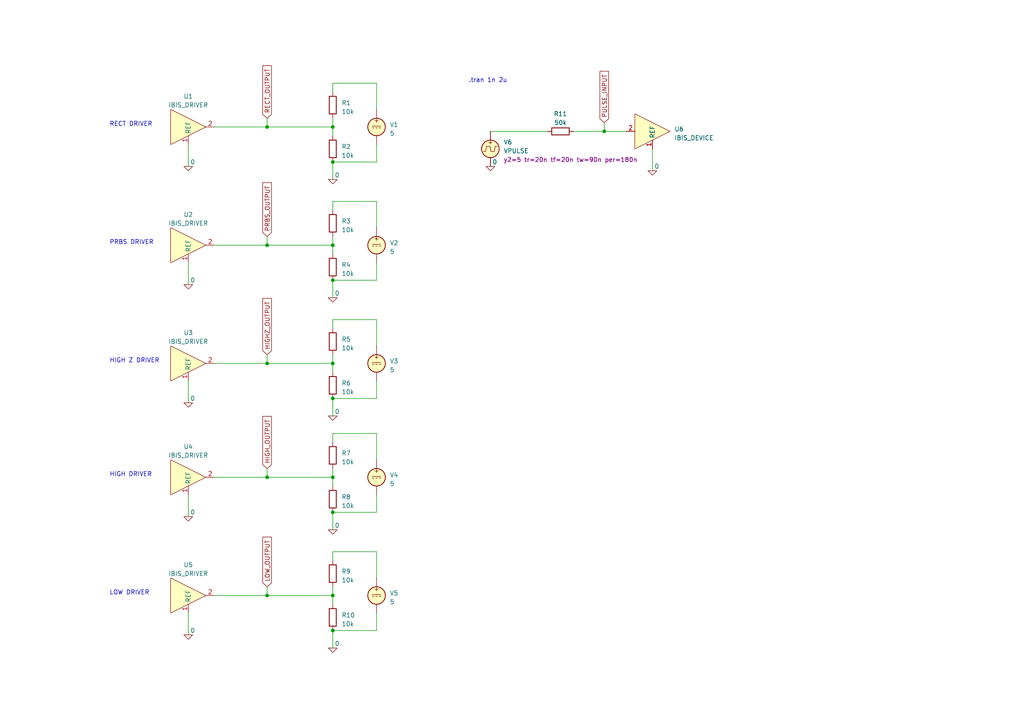
<source format=kicad_sch>
(kicad_sch (version 20230121) (generator eeschema)
  (paper "A4")
  (lib_symbols
    (symbol "Device:R" (pin_numbers hide) (pin_names (offset 0))
      (property "Reference" "R" (at 2.032 0 90))
      (property "Value" "R" (at 0 0 90))
      (symbol "R_0_1"
        (rectangle (start -1.016 -2.54) (end 1.016 2.54) (stroke (width 0.254)))
      )
      (symbol "R_1_1"
        (pin passive line (at 0 3.81 270) (length 1.27) (name "~") (number "1"))
        (pin passive line (at 0 -3.81 90) (length 1.27) (name "~") (number "2"))
      )
    )
    (symbol "IBIS_DRIVER_1"
      (property "Reference" "U?" (at 0 8.89 0))
      (property "Value" "IBIS_DRIVER" (at 0 6.35 0))
      (symbol "IBIS_DRIVER_1_0_1"
        (polyline (pts (xy 5.08 0) (xy -5.08 5.08) (xy -5.08 -5.08) (xy 5.08 0)) (fill (type background)))
      )
      (symbol "IBIS_DRIVER_1_1_1"
        (pin power_in line (at 0 -5.08 90) (length 2.54) (name "REF") (number "1"))
        (pin bidirectional line (at 7.62 0 180) (length 2.54) (name "") (number "2"))
      )
    )
    (symbol "Simulation_SPICE:IBIS_DEVICE"
      (property "Reference" "U?" (at 6.35 0.635 0))
      (property "Value" "IBIS_DEVICE" (at 6.35 -1.905 0))
      (symbol "IBIS_DEVICE_0_1"
        (polyline (pts (xy 5.08 0) (xy -5.08 5.08) (xy -5.08 -5.08) (xy 5.08 0)) (fill (type background)))
      )
      (symbol "IBIS_DEVICE_1_1"
        (pin power_in line (at 0 -5.08 90) (length 2.54) (name "REF") (number "1"))
        (pin input line (at -7.62 0 0) (length 2.54) (name "") (number "2"))
      )
    )
    (symbol "VDC_1" (pin_numbers hide) (pin_names (offset 0.0254))
      (property "Reference" "V" (at 2.54 2.54 0))
      (property "Value" "1" (at 2.54 0 0))
      (symbol "VDC_1_0_0"
        (polyline (pts (xy -1.27 0.254) (xy 1.27 0.254)))
        (polyline (pts (xy -0.762 -0.254) (xy -1.27 -0.254)))
        (polyline (pts (xy 0.254 -0.254) (xy -0.254 -0.254)))
        (polyline (pts (xy 1.27 -0.254) (xy 0.762 -0.254)))
        (text "+" (at 0 1.905 0) (effects (font (size 1.27 1.27))))
      )
      (symbol "VDC_1_0_1"
        (circle (center 0 0) (radius 2.54) (stroke (width 0.254)) (fill (type background)))
      )
      (symbol "VDC_1_1_1"
        (pin passive line (at 0 5.08 270) (length 2.54) (name "~") (number "1"))
        (pin passive line (at 0 -5.08 90) (length 2.54) (name "~") (number "2"))
      )
    )
    (symbol "VPULSE_1" (pin_numbers hide) (pin_names (offset 0.0254))
      (property "Reference" "V" (at 2.54 2.54 0))
      (property "Value" "VPULSE" (at 2.54 0 0))
      (property "Sim.Params" "y1=0 y2=1 td=2n tr=2n tf=2n tw=50n per=100n" (at 2.54 -2.54 0))
      (symbol "VPULSE_1_0_0"
        (polyline (pts (xy -2.032 -0.762) (xy -1.397 -0.762) (xy -1.143 0.762) (xy -0.127 0.762) (xy 0.127 -0.762) (xy 1.143 -0.762) (xy 1.397 0.762) (xy 2.032 0.762)))
        (text "+" (at 0 1.905 0) (effects (font (size 1.27 1.27))))
      )
      (symbol "VPULSE_1_0_1"
        (circle (center 0 0) (radius 2.54) (stroke (width 0.254)) (fill (type background)))
      )
      (symbol "VPULSE_1_1_1"
        (pin passive line (at 0 5.08 270) (length 2.54) (name "~") (number "1"))
        (pin passive line (at 0 -5.08 90) (length 2.54) (name "~") (number "2"))
      )
    )
    (symbol "pspice:0" (power) (pin_names (offset 0))
      (property "Value" "0" (at 0 -1.778 0))
      (symbol "0_0_1"
        (polyline (pts (xy -1.27 0) (xy 0 -1.27) (xy 1.27 0) (xy -1.27 0)))
      )
      (symbol "0_1_1"
        (pin power_in line (at 0 0 0) (length 0) hide (name "0") (number "1"))
      )
    )
  )
  (junction (at 96.52 182.88))
  (junction (at 96.52 36.83))
  (junction (at 96.52 71.12))
  (junction (at 96.52 81.28))
  (junction (at 77.47 172.72))
  (junction (at 77.47 105.41))
  (junction (at 96.52 105.41))
  (junction (at 96.52 138.43))
  (junction (at 96.52 46.99))
  (junction (at 96.52 148.59))
  (junction (at 77.47 138.43))
  (junction (at 77.47 71.12))
  (junction (at 77.47 36.83))
  (junction (at 96.52 115.57))
  (junction (at 96.52 172.72))
  (junction (at 175.26 38.1))
  (wire (pts (xy 54.61 41.91) (xy 54.61 48.26)))
  (wire (pts (xy 54.61 143.51) (xy 54.61 149.86)))
  (wire (pts (xy 142.24 38.1) (xy 158.75 38.1)))
  (wire (pts (xy 96.52 148.59) (xy 109.22 148.59)))
  (wire (pts (xy 77.47 102.87) (xy 77.47 105.41)))
  (wire (pts (xy 77.47 34.29) (xy 77.47 36.83)))
  (wire (pts (xy 77.47 135.89) (xy 77.47 138.43)))
  (wire (pts (xy 96.52 68.58) (xy 96.52 71.12)))
  (wire (pts (xy 77.47 138.43) (xy 96.52 138.43)))
  (wire (pts (xy 109.22 133.35) (xy 109.22 125.73)))
  (wire (pts (xy 109.22 46.99) (xy 109.22 41.91)))
  (wire (pts (xy 96.52 46.99) (xy 96.52 52.07)))
  (wire (pts (xy 77.47 105.41) (xy 96.52 105.41)))
  (wire (pts (xy 62.23 172.72) (xy 77.47 172.72)))
  (wire (pts (xy 96.52 160.02) (xy 96.52 162.56)))
  (wire (pts (xy 109.22 167.64) (xy 109.22 160.02)))
  (wire (pts (xy 54.61 177.8) (xy 54.61 184.15)))
  (wire (pts (xy 62.23 71.12) (xy 77.47 71.12)))
  (wire (pts (xy 109.22 125.73) (xy 96.52 125.73)))
  (wire (pts (xy 109.22 100.33) (xy 109.22 92.71)))
  (wire (pts (xy 96.52 170.18) (xy 96.52 172.72)))
  (wire (pts (xy 96.52 58.42) (xy 96.52 60.96)))
  (wire (pts (xy 54.61 76.2) (xy 54.61 82.55)))
  (wire (pts (xy 96.52 172.72) (xy 96.52 175.26)))
  (wire (pts (xy 96.52 148.59) (xy 96.52 153.67)))
  (wire (pts (xy 109.22 66.04) (xy 109.22 58.42)))
  (wire (pts (xy 54.61 110.49) (xy 54.61 116.84)))
  (wire (pts (xy 96.52 138.43) (xy 96.52 140.97)))
  (wire (pts (xy 109.22 92.71) (xy 96.52 92.71)))
  (wire (pts (xy 77.47 36.83) (xy 96.52 36.83)))
  (wire (pts (xy 96.52 46.99) (xy 109.22 46.99)))
  (wire (pts (xy 96.52 182.88) (xy 109.22 182.88)))
  (wire (pts (xy 77.47 172.72) (xy 96.52 172.72)))
  (wire (pts (xy 166.37 38.1) (xy 175.26 38.1)))
  (wire (pts (xy 109.22 58.42) (xy 96.52 58.42)))
  (wire (pts (xy 62.23 36.83) (xy 77.47 36.83)))
  (wire (pts (xy 109.22 160.02) (xy 96.52 160.02)))
  (wire (pts (xy 96.52 81.28) (xy 109.22 81.28)))
  (wire (pts (xy 62.23 138.43) (xy 77.47 138.43)))
  (wire (pts (xy 96.52 92.71) (xy 96.52 95.25)))
  (wire (pts (xy 109.22 148.59) (xy 109.22 143.51)))
  (wire (pts (xy 109.22 24.13) (xy 96.52 24.13)))
  (wire (pts (xy 96.52 135.89) (xy 96.52 138.43)))
  (wire (pts (xy 96.52 34.29) (xy 96.52 36.83)))
  (wire (pts (xy 96.52 71.12) (xy 96.52 73.66)))
  (wire (pts (xy 175.26 35.56) (xy 175.26 38.1)))
  (wire (pts (xy 96.52 24.13) (xy 96.52 26.67)))
  (wire (pts (xy 96.52 115.57) (xy 109.22 115.57)))
  (wire (pts (xy 96.52 115.57) (xy 96.52 120.65)))
  (wire (pts (xy 109.22 182.88) (xy 109.22 177.8)))
  (wire (pts (xy 96.52 81.28) (xy 96.52 86.36)))
  (wire (pts (xy 77.47 68.58) (xy 77.47 71.12)))
  (wire (pts (xy 77.47 170.18) (xy 77.47 172.72)))
  (wire (pts (xy 175.26 38.1) (xy 181.61 38.1)))
  (wire (pts (xy 62.23 105.41) (xy 77.47 105.41)))
  (wire (pts (xy 96.52 182.88) (xy 96.52 187.96)))
  (wire (pts (xy 96.52 102.87) (xy 96.52 105.41)))
  (wire (pts (xy 96.52 105.41) (xy 96.52 107.95)))
  (wire (pts (xy 189.23 43.18) (xy 189.23 49.53)))
  (wire (pts (xy 109.22 31.75) (xy 109.22 24.13)))
  (wire (pts (xy 96.52 36.83) (xy 96.52 39.37)))
  (wire (pts (xy 96.52 125.73) (xy 96.52 128.27)))
  (wire (pts (xy 109.22 81.28) (xy 109.22 76.2)))
  (wire (pts (xy 109.22 115.57) (xy 109.22 110.49)))
  (wire (pts (xy 77.47 71.12) (xy 96.52 71.12)))
  (text ".tran 1n 2u\n" (at 135.89 24.13 0) (effects (font (size 1.27 1.27)) (justify left bottom)))
  (text "RECT DRIVER" (at 31.75 36.83 0) (effects (font (size 1.27 1.27)) (justify left bottom)))
  (text "HIGH DRIVER" (at 31.75 138.43 0) (effects (font (size 1.27 1.27)) (justify left bottom)))
  (text "PRBS DRIVER" (at 31.75 71.12 0) (effects (font (size 1.27 1.27)) (justify left bottom)))
  (text "LOW DRIVER" (at 31.75 172.72 0) (effects (font (size 1.27 1.27)) (justify left bottom)))
  (text "HIGH Z DRIVER" (at 31.75 105.41 0) (effects (font (size 1.27 1.27)) (justify left bottom)))
  (global_label "PULSE_INPUT" (shape input) (at 175.26 35.56 90) (property "Intersheetrefs" "${INTERSHEET_REFS}" (effects hide)))
  (global_label "LOW_OUTPUT" (shape input) (at 77.47 170.18 90) (property "Intersheetrefs" "${INTERSHEET_REFS}" (effects hide)))
  (global_label "RECT_OUTPUT" (shape input) (at 77.47 34.29 90) (property "Intersheetrefs" "${INTERSHEET_REFS}" (effects hide)))
  (global_label "PRBS_OUTPUT" (shape input) (at 77.47 68.58 90) (property "Intersheetrefs" "${INTERSHEET_REFS}" (effects hide)))
  (global_label "HIGHZ_OUTPUT" (shape input) (at 77.47 102.87 90) (property "Intersheetrefs" "${INTERSHEET_REFS}" (effects hide)))
  (global_label "HIGH_OUTPUT" (shape input) (at 77.47 135.89 90) (property "Intersheetrefs" "${INTERSHEET_REFS}" (effects hide)))
  (symbol (lib_id "Device:R") (at 96.52 30.48 0) (unit 1)
    (property "Reference" "R1" (at 99.06 29.845 0) (effects (justify left)))
    (property "Value" "10k" (at 99.06 32.385 0) (effects (justify left)))
  )
  (symbol (lib_id "Device:R") (at 96.52 77.47 0) (unit 1)
    (property "Reference" "R4" (at 99.06 76.835 0) (effects (justify left)))
    (property "Value" "10k" (at 99.06 79.375 0) (effects (justify left)))
  )
  (symbol (lib_name "IBIS_DRIVER_1") (lib_id "Simulation_SPICE:IBIS_DRIVER") (at 54.61 36.83 0) (unit 1)
    (property "Reference" "U1" (at 54.61 27.94 0))
    (property "Value" "IBIS_DRIVER" (at 54.61 30.48 0))
    (property "Datasheet" "https://ibis.org" (effects hide))
    (property "Sim.Device" "IBIS" (effects hide))
    (property "Sim.Type" "RECTDRIVER" (effects hide))
    (property "Sim.Pins" "1=GND 2=IN/OUT" (effects hide))
    (property "Sim.Name" "Virtual" (effects hide))
    (property "Sim.Library" "ibis_v1_1.ibs" (effects hide))
    (property "Sim.Ibis.Pin" "4" (effects hide))
    (property "Sim.Ibis.Model" "Output" (effects hide))
    (property "Sim.Params" "ton=100n toff=100n td=0 n=50" (effects hide))
  )
  (symbol (lib_id "Device:R") (at 96.52 132.08 0) (unit 1)
    (property "Reference" "R7" (at 99.06 131.445 0) (effects (justify left)))
    (property "Value" "10k" (at 99.06 133.985 0) (effects (justify left)))
  )
  (symbol (lib_name "VDC_1") (lib_id "Simulation_SPICE:VDC") (at 109.22 105.41 0) (unit 1)
    (property "Reference" "V3" (at 113.03 104.7392 0) (effects (justify left)))
    (property "Value" "5" (at 113.03 107.2792 0) (effects (justify left)))
    (property "Sim.Pins" "1=+ 2=-" (effects hide))
    (property "Sim.Type" "DC" (effects hide))
    (property "Sim.Device" "V" (effects hide))
  )
  (symbol (lib_id "pspice:0") (at 189.23 49.53 0) (unit 1)
    (property "Reference" "#GND012" (effects hide))
    (property "Value" "0" (at 190.5 48.26 0))
  )
  (symbol (lib_id "Device:R") (at 96.52 144.78 0) (unit 1)
    (property "Reference" "R8" (at 99.06 144.145 0) (effects (justify left)))
    (property "Value" "10k" (at 99.06 146.685 0) (effects (justify left)))
  )
  (symbol (lib_name "IBIS_DRIVER_1") (lib_id "Simulation_SPICE:IBIS_DRIVER") (at 54.61 105.41 0) (unit 1)
    (property "Reference" "U3" (at 54.61 96.52 0))
    (property "Value" "IBIS_DRIVER" (at 54.61 99.06 0))
    (property "Datasheet" "https://ibis.org" (effects hide))
    (property "Sim.Name" "Virtual" (effects hide))
    (property "Sim.Library" "ibis_v1_1.ibs" (effects hide))
    (property "Sim.Ibis.Pin" "4" (effects hide))
    (property "Sim.Ibis.Model" "Output" (effects hide))
    (property "Sim.Device" "IBIS" (effects hide))
    (property "Sim.Type" "DCDRIVER" (effects hide))
    (property "Sim.Pins" "1=GND 2=IN/OUT" (effects hide))
  )
  (symbol (lib_id "pspice:0") (at 54.61 184.15 0) (unit 1)
    (property "Reference" "#GND05" (effects hide))
    (property "Value" "0" (at 55.88 182.88 0))
  )
  (symbol (lib_id "Device:R") (at 96.52 166.37 0) (unit 1)
    (property "Reference" "R9" (at 99.06 165.735 0) (effects (justify left)))
    (property "Value" "10k" (at 99.06 168.275 0) (effects (justify left)))
  )
  (symbol (lib_name "IBIS_DRIVER_1") (lib_id "Simulation_SPICE:IBIS_DRIVER") (at 54.61 71.12 0) (unit 1)
    (property "Reference" "U2" (at 54.61 62.23 0))
    (property "Value" "IBIS_DRIVER" (at 54.61 64.77 0))
    (property "Datasheet" "https://ibis.org" (effects hide))
    (property "Sim.Name" "Virtual" (effects hide))
    (property "Sim.Library" "ibis_v1_1.ibs" (effects hide))
    (property "Sim.Ibis.Pin" "4" (effects hide))
    (property "Sim.Ibis.Model" "Output" (effects hide))
    (property "Sim.Device" "IBIS" (effects hide))
    (property "Sim.Type" "PRBSDRIVER" (effects hide))
    (property "Sim.Pins" "1=GND 2=IN/OUT" (effects hide))
    (property "Sim.Params" "f0=10M n=20" (effects hide))
  )
  (symbol (lib_id "pspice:0") (at 54.61 149.86 0) (unit 1)
    (property "Reference" "#GND04" (effects hide))
    (property "Value" "0" (at 55.88 148.59 0))
  )
  (symbol (lib_name "VDC_1") (lib_id "Simulation_SPICE:VDC") (at 109.22 138.43 0) (unit 1)
    (property "Reference" "V4" (at 113.03 137.7592 0) (effects (justify left)))
    (property "Value" "5" (at 113.03 140.2992 0) (effects (justify left)))
    (property "Sim.Pins" "1=+ 2=-" (effects hide))
    (property "Sim.Type" "DC" (effects hide))
    (property "Sim.Device" "V" (effects hide))
  )
  (symbol (lib_id "Device:R") (at 162.56 38.1 90) (unit 1)
    (property "Reference" "R11" (at 162.56 33.02 90))
    (property "Value" "50k" (at 162.56 35.56 90))
  )
  (symbol (lib_id "pspice:0") (at 96.52 120.65 0) (unit 1)
    (property "Reference" "#GND08" (effects hide))
    (property "Value" "0" (at 97.79 119.38 0))
  )
  (symbol (lib_id "pspice:0") (at 96.52 86.36 0) (unit 1)
    (property "Reference" "#GND07" (effects hide))
    (property "Value" "0" (at 97.79 85.09 0))
  )
  (symbol (lib_id "Simulation_SPICE:IBIS_DEVICE") (at 189.23 38.1 0) (unit 1)
    (property "Reference" "U6" (at 195.58 37.465 0) (effects (justify left)))
    (property "Value" "IBIS_DEVICE" (at 195.58 40.005 0) (effects (justify left)))
    (property "Datasheet" "https://ibis.org" (effects hide))
    (property "Sim.Name" "Virtual" (effects hide))
    (property "Sim.Library" "ibis_v1_1.ibs" (effects hide))
    (property "Sim.Ibis.Pin" "3" (effects hide))
    (property "Sim.Ibis.Model" "Input" (effects hide))
    (property "Sim.Device" "IBIS" (effects hide))
    (property "Sim.Type" "DEVICE" (effects hide))
    (property "Sim.Pins" "1=GND 2=IN/OUT" (effects hide))
  )
  (symbol (lib_name "VDC_1") (lib_id "Simulation_SPICE:VDC") (at 109.22 71.12 0) (unit 1)
    (property "Reference" "V2" (at 113.03 70.4492 0) (effects (justify left)))
    (property "Value" "5" (at 113.03 72.9892 0) (effects (justify left)))
    (property "Sim.Pins" "1=+ 2=-" (effects hide))
    (property "Sim.Type" "DC" (effects hide))
    (property "Sim.Device" "V" (effects hide))
  )
  (symbol (lib_id "pspice:0") (at 96.52 52.07 0) (unit 1)
    (property "Reference" "#GND06" (effects hide))
    (property "Value" "0" (at 97.79 50.8 0))
  )
  (symbol (lib_id "Device:R") (at 96.52 43.18 0) (unit 1)
    (property "Reference" "R2" (at 99.06 42.545 0) (effects (justify left)))
    (property "Value" "10k" (at 99.06 45.085 0) (effects (justify left)))
  )
  (symbol (lib_name "VDC_1") (lib_id "Simulation_SPICE:VDC") (at 109.22 36.83 0) (unit 1)
    (property "Reference" "V1" (at 113.03 36.1592 0) (effects (justify left)))
    (property "Value" "5" (at 113.03 38.6992 0) (effects (justify left)))
    (property "Sim.Pins" "1=+ 2=-" (effects hide))
    (property "Sim.Type" "DC" (effects hide))
    (property "Sim.Device" "V" (effects hide))
  )
  (symbol (lib_id "Device:R") (at 96.52 111.76 0) (unit 1)
    (property "Reference" "R6" (at 99.06 111.125 0) (effects (justify left)))
    (property "Value" "10k" (at 99.06 113.665 0) (effects (justify left)))
  )
  (symbol (lib_id "pspice:0") (at 54.61 116.84 0) (unit 1)
    (property "Reference" "#GND03" (effects hide))
    (property "Value" "0" (at 55.88 115.57 0))
  )
  (symbol (lib_name "VPULSE_1") (lib_id "Simulation_SPICE:VPULSE") (at 142.24 43.18 0) (unit 1)
    (property "Reference" "V6" (at 146.05 41.2392 0) (effects (justify left)))
    (property "Value" "VPULSE" (at 146.05 43.7792 0) (effects (justify left)))
    (property "Sim.Pins" "1=+ 2=-" (effects hide))
    (property "Sim.Type" "PULSE" (effects hide))
    (property "Sim.Device" "V" (effects hide))
    (property "Sim.Params" "y2=5 tr=20n tf=20n tw=90n per=180n" (at 146.05 46.3192 0) (effects (justify left)))
  )
  (symbol (lib_id "Device:R") (at 96.52 179.07 0) (unit 1)
    (property "Reference" "R10" (at 99.06 178.435 0) (effects (justify left)))
    (property "Value" "10k" (at 99.06 180.975 0) (effects (justify left)))
  )
  (symbol (lib_id "pspice:0") (at 142.24 48.26 0) (unit 1)
    (property "Reference" "#GND011" (effects hide))
    (property "Value" "0" (at 143.51 46.99 0))
  )
  (symbol (lib_id "pspice:0") (at 96.52 153.67 0) (unit 1)
    (property "Reference" "#GND09" (effects hide))
    (property "Value" "0" (at 97.79 152.4 0))
  )
  (symbol (lib_id "pspice:0") (at 54.61 48.26 0) (unit 1)
    (property "Reference" "#GND01" (effects hide))
    (property "Value" "0" (at 55.88 46.99 0))
  )
  (symbol (lib_name "IBIS_DRIVER_1") (lib_id "Simulation_SPICE:IBIS_DRIVER") (at 54.61 138.43 0) (unit 1)
    (property "Reference" "U4" (at 54.61 129.54 0))
    (property "Value" "IBIS_DRIVER" (at 54.61 132.08 0))
    (property "Datasheet" "https://ibis.org" (effects hide))
    (property "Sim.Name" "Virtual" (effects hide))
    (property "Sim.Library" "ibis_v1_1.ibs" (effects hide))
    (property "Sim.Ibis.Pin" "4" (effects hide))
    (property "Sim.Ibis.Model" "Output" (effects hide))
    (property "Sim.Device" "IBIS" (effects hide))
    (property "Sim.Type" "DCDRIVER" (effects hide))
    (property "Sim.Pins" "1=GND 2=IN/OUT" (effects hide))
    (property "Sim.Params" "dc=high" (effects hide))
  )
  (symbol (lib_id "pspice:0") (at 96.52 187.96 0) (unit 1)
    (property "Reference" "#GND010" (effects hide))
    (property "Value" "0" (at 97.79 186.69 0))
  )
  (symbol (lib_id "Device:R") (at 96.52 99.06 0) (unit 1)
    (property "Reference" "R5" (at 99.06 98.425 0) (effects (justify left)))
    (property "Value" "10k" (at 99.06 100.965 0) (effects (justify left)))
  )
  (symbol (lib_name "VDC_1") (lib_id "Simulation_SPICE:VDC") (at 109.22 172.72 0) (unit 1)
    (property "Reference" "V5" (at 113.03 172.0492 0) (effects (justify left)))
    (property "Value" "5" (at 113.03 174.5892 0) (effects (justify left)))
    (property "Sim.Pins" "1=+ 2=-" (effects hide))
    (property "Sim.Type" "DC" (effects hide))
    (property "Sim.Device" "V" (effects hide))
  )
  (symbol (lib_name "IBIS_DRIVER_1") (lib_id "Simulation_SPICE:IBIS_DRIVER") (at 54.61 172.72 0) (unit 1)
    (property "Reference" "U5" (at 54.61 163.83 0))
    (property "Value" "IBIS_DRIVER" (at 54.61 166.37 0))
    (property "Datasheet" "https://ibis.org" (effects hide))
    (property "Sim.Name" "Virtual" (effects hide))
    (property "Sim.Library" "ibis_v1_1.ibs" (effects hide))
    (property "Sim.Ibis.Pin" "4" (effects hide))
    (property "Sim.Ibis.Model" "Output" (effects hide))
    (property "Sim.Device" "IBIS" (effects hide))
    (property "Sim.Type" "DCDRIVER" (effects hide))
    (property "Sim.Pins" "1=GND 2=IN/OUT" (effects hide))
    (property "Sim.Params" "dc=low" (effects hide))
  )
  (symbol (lib_id "Device:R") (at 96.52 64.77 0) (unit 1)
    (property "Reference" "R3" (at 99.06 64.135 0) (effects (justify left)))
    (property "Value" "10k" (at 99.06 66.675 0) (effects (justify left)))
  )
  (symbol (lib_id "pspice:0") (at 54.61 82.55 0) (unit 1)
    (property "Reference" "#GND02" (effects hide))
    (property "Value" "0" (at 55.88 81.28 0))
  )
)
</source>
